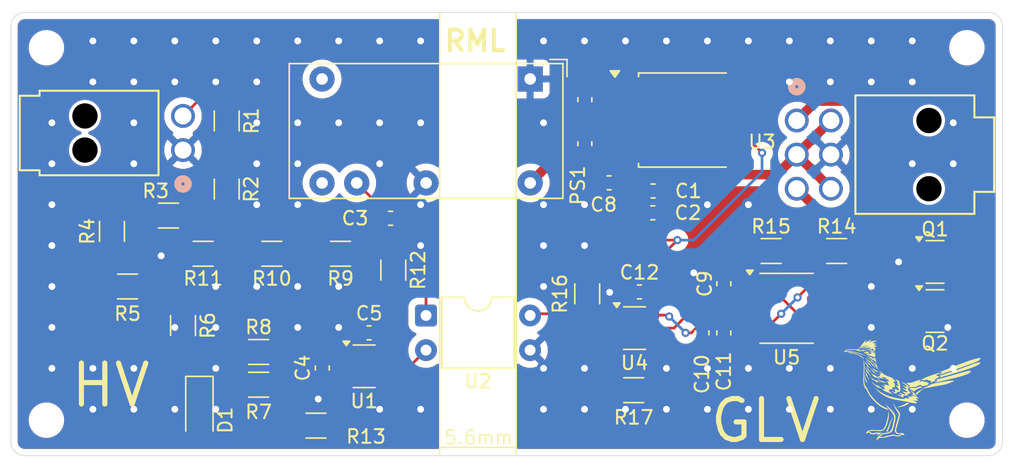
<source format=kicad_pcb>
(kicad_pcb (version 20241229) (generator "pcbnew") (generator_version "9.0")
  (layers (0 "F.Cu" signal) (2 "B.Cu" signal) (13 "F.Paste" user) (15 "B.Paste" user) (5 "F.SilkS" user "F.Silkscreen") (7 "B.SilkS" user "B.Silkscreen") (1 "F.Mask" user) (3 "B.Mask" user) (25 "Edge.Cuts" user))
  (net 0 "")
  (net 1 "+12V")
  (net 2 "GND")
  (net 3 "/ISO_+12V")
  (net 4 "GNDPWR")
  (net 5 "Net-(U1-+)")
  (net 6 "Net-(U1--)")
  (net 7 "+5V")
  (net 8 "/THRESH")
  (net 9 "Net-(D1-K)")
  (net 10 "/TS+")
  (net 11 "/RML2-")
  (net 12 "/RML1-")
  (net 15 "Net-(Q1-G)")
  (net 16 "Net-(R1-Pad2)")
  (net 17 "Net-(R2-Pad2)")
  (net 18 "Net-(R3-Pad2)")
  (net 19 "Net-(R5-Pad2)")
  (net 20 "/Vref")
  (net 21 "Net-(R10-Pad2)")
  (net 22 "Net-(R12-Pad1)")
  (net 23 "Net-(R13-Pad2)")
  (net 24 "Net-(R14-Pad2)")
  (net 25 "CLOCK")
  (net 26 "Net-(R16-Pad2)")
  (footprint "Resistor_SMD:R_1206_3216Metric" (layer "F.Cu") (at 143.10625 84.6 180)
    (property "Reference" "R10" (at 0 -1.82 0) (layer "F.SilkS"))
    (property "Value" "24k" (hide yes))
    (pad "1" smd roundrect (at -1.4625 0 180) (size 1.125 1.75) (layers "F.Cu" "F.Mask" "F.Paste") (roundrect_rratio 0.222222) (net 20 "/Vref"))
    (pad "2" smd roundrect (at 1.4625 0 180) (size 1.125 1.75) (layers "F.Cu" "F.Mask" "F.Paste") (roundrect_rratio 0.222222) (net 21 "Net-(R10-Pad2)"))
  )
  (footprint "Resistor_SMD:R_1206_3216Metric" (layer "F.Cu") (at 166.2 87.5375 -90)
    (property "Reference" "R16" (at 0 2 90) (layer "F.SilkS"))
    (property "Value" "10k" (hide yes))
    (pad "1" smd roundrect (at -1.4625 0 270) (size 1.125 1.75) (layers "F.Cu" "F.Mask" "F.Paste") (roundrect_rratio 0.222222) (net 7 "+5V"))
    (pad "2" smd roundrect (at 1.4625 0 270) (size 1.125 1.75) (layers "F.Cu" "F.Mask" "F.Paste") (roundrect_rratio 0.222222) (net 26 "Net-(R16-Pad2)"))
  )
  (footprint "Resistor_SMD:R_1206_3216Metric" (layer "F.Cu") (at 136.6 89.8625 -90)
    (property "Reference" "R6" (at 0 -1.82 90) (layer "F.SilkS"))
    (property "Value" "2k2" (hide yes))
    (pad "1" smd roundrect (at -1.4625 0 270) (size 1.125 1.75) (layers "F.Cu" "F.Mask" "F.Paste") (roundrect_rratio 0.222222) (net 19 "Net-(R5-Pad2)"))
    (pad "2" smd roundrect (at 1.4625 0 270) (size 1.125 1.75) (layers "F.Cu" "F.Mask" "F.Paste") (roundrect_rratio 0.222222) (net 4 "GNDPWR"))
  )
  (footprint "Resistor_SMD:R_1206_3216Metric" (layer "F.Cu") (at 132.5375 87)
    (property "Reference" "R5" (at 0 2 0) (layer "F.SilkS"))
    (property "Value" "49k9" (hide yes))
    (pad "1" smd roundrect (at -1.4625 0) (size 1.125 1.75) (layers "F.Cu" "F.Mask" "F.Paste") (roundrect_rratio 0.222222) (net 9 "Net-(D1-K)"))
    (pad "2" smd roundrect (at 1.4625 0) (size 1.125 1.75) (layers "F.Cu" "F.Mask" "F.Paste") (roundrect_rratio 0.222222) (net 19 "Net-(R5-Pad2)"))
  )
  (footprint "Capacitor_SMD:C_0603_1608Metric" (layer "F.Cu") (at 150.225 90.4)
    (property "Reference" "C5" (at 0 -1.43 0) (layer "F.SilkS"))
    (property "Value" "100n" (hide yes))
    (pad "1" smd roundrect (at -0.775 0) (size 0.9 0.95) (layers "F.Cu" "F.Mask" "F.Paste") (net 4 "GNDPWR"))
    (pad "2" smd roundrect (at 0.775 0) (size 0.9 0.95) (layers "F.Cu" "F.Mask" "F.Paste") (net 3 "/ISO_+12V"))
  )
  (footprint "Resistor_SMD:R_1206_3216Metric" (layer "F.Cu") (at 184.4625 84.4 180)
    (property "Reference" "R14" (at 0 1.8 0) (layer "F.SilkS"))
    (property "Value" "47k" (hide yes))
    (pad "1" smd roundrect (at -1.4625 0 180) (size 1.125 1.75) (layers "F.Cu" "F.Mask" "F.Paste") (roundrect_rratio 0.222222) (net 8 "/THRESH"))
    (pad "2" smd roundrect (at 1.4625 0 180) (size 1.125 1.75) (layers "F.Cu" "F.Mask" "F.Paste") (roundrect_rratio 0.222222) (net 24 "Net-(R14-Pad2)"))
  )
  (footprint "Resistor_SMD:R_1206_3216Metric" (layer "F.Cu") (at 152 85.8 -90)
    (property "Reference" "R12" (at 0 -1.82 90) (layer "F.SilkS"))
    (property "Value" "1k" (hide yes))
    (pad "1" smd roundrect (at -1.4625 0 270) (size 1.125 1.75) (layers "F.Cu" "F.Mask" "F.Paste") (roundrect_rratio 0.222222) (net 22 "Net-(R12-Pad1)"))
    (pad "2" smd roundrect (at 1.4625 0 270) (size 1.125 1.75) (layers "F.Cu" "F.Mask" "F.Paste") (roundrect_rratio 0.222222) (net 3 "/ISO_+12V"))
  )
  (footprint "Resistor_SMD:R_1206_3216Metric" (layer "F.Cu") (at 139.8 79.8625 -90)
    (property "Reference" "R2" (at 0 -1.8 90) (layer "F.SilkS"))
    (property "Value" "249k" (hide yes))
    (pad "1" smd roundrect (at -1.4625 0 270) (size 1.125 1.75) (layers "F.Cu" "F.Mask" "F.Paste") (roundrect_rratio 0.222222) (net 16 "Net-(R1-Pad2)"))
    (pad "2" smd roundrect (at 1.4625 0 270) (size 1.125 1.75) (layers "F.Cu" "F.Mask" "F.Paste") (roundrect_rratio 0.222222) (net 17 "Net-(R2-Pad2)"))
  )
  (footprint "Resistor_SMD:R_1206_3216Metric" (layer "F.Cu") (at 131.4 82.96 -90)
    (property "Reference" "R4" (at 0 1.8 90) (layer "F.SilkS"))
    (property "Value" "249k" (hide yes))
    (pad "1" smd roundrect (at -1.4625 0 270) (size 1.125 1.75) (layers "F.Cu" "F.Mask" "F.Paste") (roundrect_rratio 0.222222) (net 18 "Net-(R3-Pad2)"))
    (pad "2" smd roundrect (at 1.4625 0 270) (size 1.125 1.75) (layers "F.Cu" "F.Mask" "F.Paste") (roundrect_rratio 0.222222) (net 9 "Net-(D1-K)"))
  )
  (footprint "Resistor_SMD:R_1206_3216Metric" (layer "F.Cu") (at 179.6625 84.4 180)
    (property "Reference" "R15" (at 0 1.8 0) (layer "F.SilkS"))
    (property "Value" "100k" (hide yes))
    (pad "1" smd roundrect (at -1.4625 0 180) (size 1.125 1.75) (layers "F.Cu" "F.Mask" "F.Paste") (roundrect_rratio 0.222222) (net 24 "Net-(R14-Pad2)"))
    (pad "2" smd roundrect (at 1.4625 0 180) (size 1.125 1.75) (layers "F.Cu" "F.Mask" "F.Paste") (roundrect_rratio 0.222222) (net 25 "CLOCK"))
  )
  (footprint "Capacitor_SMD:C_0603_1608Metric" (layer "F.Cu") (at 176.2 86.8 90)
    (property "Reference" "C9" (at 0 -1.4 90) (layer "F.SilkS"))
    (property "Value" "1u" (hide yes))
    (pad "1" smd roundrect (at -0.775 0 90) (size 0.9 0.95) (layers "F.Cu" "F.Mask" "F.Paste") (net 8 "/THRESH"))
    (pad "2" smd roundrect (at 0.775 0 90) (size 0.9 0.95) (layers "F.Cu" "F.Mask" "F.Paste") (net 2 "GND"))
  )
  (footprint "MountingHole:MountingHole_2.1mm" (layer "F.Cu") (at 194 69.5)
    (property "Reference" "REF**" (hide yes))
    (property "Value" "MountingHole_2.1mm" (hide yes))
    (pad "" np_thru_hole circle (at 0 0) (size 2.1 2.1) (drill 2.1) (layers "*.Cu" "*.Mask"))
  )
  (footprint "Capacitor_SMD:C_0603_1608Metric" (layer "F.Cu") (at 166.025 73.31 90)
    (property "Reference" "C7" (hide yes))
    (property "Value" "10u" (hide yes))
    (pad "1" smd roundrect (at -0.775 0 90) (size 0.9 0.95) (layers "F.Cu" "F.Mask" "F.Paste") (net 7 "+5V"))
    (pad "2" smd roundrect (at 0.775 0 90) (size 0.9 0.95) (layers "F.Cu" "F.Mask" "F.Paste") (net 2 "GND"))
  )
  (footprint "LOGO" (layer "F.Cu") (at 190 94.6)
    (property "Reference" "G***" (hide yes))
    (property "Value" "LOGO" (hide yes))
  )
  (footprint "Package_SO:SOIC-8_3.9x4.9mm_P1.27mm" (layer "F.Cu") (at 180.8 88.6)
    (property "Reference" "U5" (at 0 3.6 0) (layer "F.SilkS"))
    (property "Value" "LM555xM" (hide yes))
    (pad "1" smd roundrect (at -2.475 -1.905) (size 1.95 0.6) (layers "F.Cu" "F.Mask" "F.Paste") (net 2 "GND"))
    (pad "2" smd roundrect (at -2.475 -0.635) (size 1.95 0.6) (layers "F.Cu" "F.Mask" "F.Paste") (net 8 "/THRESH"))
    (pad "3" smd roundrect (at -2.475 0.635) (size 1.95 0.6) (layers "F.Cu" "F.Mask" "F.Paste") (net 25 "CLOCK"))
    (pad "4" smd roundrect (at -2.475 1.905) (size 1.95 0.6) (layers "F.Cu" "F.Mask" "F.Paste") (net 7 "+5V"))
    (pad "5" smd roundrect (at 2.475 1.905) (size 1.95 0.6) (layers "F.Cu" "F.Mask" "F.Paste"))
    (pad "6" smd roundrect (at 2.475 0.635) (size 1.95 0.6) (layers "F.Cu" "F.Mask" "F.Paste") (net 8 "/THRESH"))
    (pad "7" smd roundrect (at 2.475 -0.635) (size 1.95 0.6) (layers "F.Cu" "F.Mask" "F.Paste"))
    (pad "8" smd roundrect (at 2.475 -1.905) (size 1.95 0.6) (layers "F.Cu" "F.Mask" "F.Paste") (net 7 "+5V"))
  )
  (footprint "Package_DIP:DIP-4_W7.62mm" (layer "F.Cu") (at 154.395 89.125)
    (property "Reference" "U2" (at 3.81 4.825 0) (layer "F.SilkS"))
    (property "Value" "SFH617A-1" (hide yes))
    (pad "1" thru_hole roundrect (at 0 0) (size 1.6 1.6) (drill 0.8) (layers "*.Cu" "*.Mask") (roundrect_rratio 0.15625) (net 22 "Net-(R12-Pad1)"))
    (pad "2" thru_hole circle (at 0 2.54) (size 1.6 1.6) (drill 0.8) (layers "*.Cu" "*.Mask") (net 23 "Net-(R13-Pad2)"))
    (pad "3" thru_hole circle (at 7.62 2.54) (size 1.6 1.6) (drill 0.8) (layers "*.Cu" "*.Mask") (net 2 "GND"))
    (pad "4" thru_hole circle (at 7.62 0) (size 1.6 1.6) (drill 0.8) (layers "*.Cu" "*.Mask") (net 26 "Net-(R16-Pad2)"))
  )
  (footprint "Resistor_SMD:R_1206_3216Metric" (layer "F.Cu") (at 142.1375 94.2)
    (property "Reference" "R7" (at 0 2 0) (layer "F.SilkS"))
    (property "Value" "100" (hide yes))
    (pad "1" smd roundrect (at -1.4625 0) (size 1.125 1.75) (layers "F.Cu" "F.Mask" "F.Paste") (roundrect_rratio 0.222222) (net 9 "Net-(D1-K)"))
    (pad "2" smd roundrect (at 1.4625 0) (size 1.125 1.75) (layers "F.Cu" "F.Mask" "F.Paste") (roundrect_rratio 0.222222) (net 5 "Net-(U1-+)"))
  )
  (footprint "Package_TO_SOT_SMD:SOT-23-5" (layer "F.Cu") (at 169.6625 90.05)
    (property "Reference" "U4" (at 0 2.55 0) (layer "F.SilkS"))
    (property "Value" "74AHC1G02" (hide yes))
    (pad "1" smd roundrect (at -1.1375 -0.95) (size 1.325 0.6) (layers "F.Cu" "F.Mask" "F.Paste") (net 26 "Net-(R16-Pad2)"))
    (pad "2" smd roundrect (at -1.1375 0) (size 1.325 0.6) (layers "F.Cu" "F.Mask" "F.Paste") (net 25 "CLOCK"))
    (pad "3" smd roundrect (at -1.1375 0.95) (size 1.325 0.6) (layers "F.Cu" "F.Mask" "F.Paste") (net 2 "GND"))
    (pad "4" smd roundrect (at 1.1375 0.95) (size 1.325 0.6) (layers "F.Cu" "F.Mask" "F.Paste") (net 15 "Net-(Q1-G)"))
    (pad "5" smd roundrect (at 1.1375 -0.95) (size 1.325 0.6) (layers "F.Cu" "F.Mask" "F.Paste") (net 7 "+5V"))
  )
  (footprint "Package_TO_SOT_SMD:SOT-23-5" (layer "F.Cu") (at 149.8625 92.85)
    (property "Reference" "U1" (at 0 2.55 0) (layer "F.SilkS"))
    (property "Value" "LM397" (hide yes))
    (pad "1" smd roundrect (at -1.1375 -0.95) (size 1.325 0.6) (layers "F.Cu" "F.Mask" "F.Paste") (net 6 "Net-(U1--)"))
    (pad "2" smd roundrect (at -1.1375 0) (size 1.325 0.6) (layers "F.Cu" "F.Mask" "F.Paste") (net 4 "GNDPWR"))
    (pad "3" smd roundrect (at -1.1375 0.95) (size 1.325 0.6) (layers "F.Cu" "F.Mask" "F.Paste") (net 5 "Net-(U1-+)"))
    (pad "4" smd roundrect (at 1.1375 0.95) (size 1.325 0.6) (layers "F.Cu" "F.Mask" "F.Paste") (net 23 "Net-(R13-Pad2)"))
    (pad "5" smd roundrect (at 1.1375 -0.95) (size 1.325 0.6) (layers "F.Cu" "F.Mask" "F.Paste") (net 3 "/ISO_+12V"))
  )
  (footprint "Capacitor_SMD:C_0603_1608Metric" (layer "F.Cu") (at 146.8 92.975 90)
    (property "Reference" "C4" (at 0 -1.43 90) (layer "F.SilkS"))
    (property "Value" "10u" (hide yes))
    (pad "1" smd roundrect (at -0.775 0 90) (size 0.9 0.95) (layers "F.Cu" "F.Mask" "F.Paste") (net 5 "Net-(U1-+)"))
    (pad "2" smd roundrect (at 0.775 0 90) (size 0.9 0.95) (layers "F.Cu" "F.Mask" "F.Paste") (net 6 "Net-(U1--)"))
  )
  (footprint "Resistor_SMD:R_1206_3216Metric" (layer "F.Cu") (at 135.5375 81.8 180)
    (property "Reference" "R3" (at 0.9375 1.8 0) (layer "F.SilkS"))
    (property "Value" "249k" (hide yes))
    (pad "1" smd roundrect (at -1.4625 0 180) (size 1.125 1.75) (layers "F.Cu" "F.Mask" "F.Paste") (roundrect_rratio 0.222222) (net 17 "Net-(R2-Pad2)"))
    (pad "2" smd roundrect (at 1.4625 0 180) (size 1.125 1.75) (layers "F.Cu" "F.Mask" "F.Paste") (roundrect_rratio 0.222222) (net 18 "Net-(R3-Pad2)"))
  )
  (footprint "Capacitor_SMD:C_0603_1608Metric" (layer "F.Cu") (at 171 81.6)
    (property "Reference" "C2" (at 2.575 0 0) (layer "F.SilkS"))
    (property "Value" "1u" (hide yes))
    (pad "1" smd roundrect (at -0.775 0) (size 0.9 0.95) (layers "F.Cu" "F.Mask" "F.Paste") (net 1 "+12V"))
    (pad "2" smd roundrect (at 0.775 0) (size 0.9 0.95) (layers "F.Cu" "F.Mask" "F.Paste") (net 2 "GND"))
  )
  (footprint "Capacitor_SMD:C_0603_1608Metric" (layer "F.Cu") (at 171.025 80)
    (property "Reference" "C1" (at 2.575 0 0) (layer "F.SilkS"))
    (property "Value" "10u" (hide yes))
    (pad "1" smd roundrect (at -0.775 0) (size 0.9 0.95) (layers "F.Cu" "F.Mask" "F.Paste") (net 1 "+12V"))
    (pad "2" smd roundrect (at 0.775 0) (size 0.9 0.95) (layers "F.Cu" "F.Mask" "F.Paste") (net 2 "GND"))
  )
  (footprint "MountingHole:MountingHole_2.1mm" (layer "F.Cu") (at 126.6 96.8)
    (property "Reference" "REF**" (hide yes))
    (property "Value" "MountingHole_2.1mm" (hide yes))
    (pad "" np_thru_hole circle (at 0 0) (size 2.1 2.1) (drill 2.1) (layers "*.Cu" "*.Mask"))
  )
  (footprint "MountingHole:MountingHole_2.1mm" (layer "F.Cu") (at 126.6 69.5)
    (property "Reference" "REF**" (hide yes))
    (property "Value" "MountingHole_2.1mm" (hide yes))
    (pad "" np_thru_hole circle (at 0 0) (size 2.1 2.1) (drill 2.1) (layers "*.Cu" "*.Mask"))
  )
  (footprint "BSPD:SAMMY-6PIN" (layer "F.Cu") (at 181.541902 74.8334 90)
    (property "Reference" "J3" (hide yes))
    (property "Value" "SAMMY-6PIN" (hide yes))
    (pad "" np_thru_hole circle (at -5 9.680001 90) (size 1.8542 1.8542) (drill 1.8542) (layers))
    (pad "" np_thru_hole circle (at 0 9.680001 90) (size 1.8542 1.8542) (drill 1.8542) (layers))
    (pad "1" thru_hole circle (at 0 0 90) (size 1.7526 1.7526) (drill 1.2446) (layers "*.Cu" "*.Mask") (net 11 "/RML2-"))
    (pad "2" thru_hole circle (at -2.5 0 90) (size 1.7526 1.7526) (drill 1.2446) (layers "*.Cu" "*.Mask") (net 1 "+12V"))
    (pad "3" thru_hole circle (at -5 0 90) (size 1.7526 1.7526) (drill 1.2446) (layers "*.Cu" "*.Mask") (net 12 "/RML1-"))
    (pad "4" thru_hole circle (at 0 2.5 90) (size 1.7526 1.7526) (drill 1.2446) (layers "*.Cu" "*.Mask") (net 1 "+12V"))
    (pad "5" thru_hole circle (at -2.5 2.5 90) (size 1.7526 1.7526) (drill 1.2446) (layers "*.Cu" "*.Mask") (net 2 "GND"))
    (pad "6" thru_hole circle (at -5 2.5 90) (size 1.7526 1.7526) (drill 1.2446) (layers "*.Cu" "*.Mask") (net 1 "+12V"))
  )
  (footprint "Package_TO_SOT_SMD:TO-252-3_TabPin2" (layer "F.Cu") (at 173.265 74.8)
    (property "Reference" "U3" (at 5.735 1.6 0) (layer "F.SilkS"))
    (property "Value" "LM1117DT-5.0" (hide yes))
    (pad "1" smd roundrect (at -5.04 -2.28) (size 2.2 1.2) (layers "F.Cu" "F.Mask" "F.Paste") (roundrect_rratio 0.208333) (net 2 "GND"))
    (pad "2" smd roundrect (at -5.04 0) (size 2.2 1.2) (layers "F.Cu" "F.Mask" "F.Paste") (roundrect_rratio 0.208333) (net 7 "+5V"))
    (pad "2" smd roundrect (at -0.415 -1.525) (size 3.05 2.75) (layers "F.Cu" "F.Paste") (roundrect_rratio 0.090909) (net 7 "+5V"))
    (pad "2" smd roundrect (at -0.415 1.525) (size 3.05 2.75) (layers "F.Cu" "F.Paste") (roundrect_rratio 0.090909) (net 7 "+5V"))
    (pad "2" smd roundrect (at 1.26 0) (size 6.4 5.8) (layers "F.Cu" "F.Mask") (roundrect_rratio 0.043103) (net 7 "+5V"))
    (pad "2" smd roundrect (at 2.935 -1.525) (size 3.05 2.75) (layers "F.Cu" "F.Paste") (roundrect_rratio 0.090909) (net 7 "+5V"))
    (pad "2" smd roundrect (at 2.935 1.525) (size 3.05 2.75) (layers "F.Cu" "F.Paste") (roundrect_rratio 0.090909) (net 7 "+5V"))
    (pad "3" smd roundrect (at -5.04 2.28) (size 2.2 1.2) (layers "F.Cu" "F.Mask" "F.Paste") (roundrect_rratio 0.208333) (net 1 "+12V"))
  )
  (footprint "Resistor_SMD:R_1206_3216Metric" (layer "F.Cu") (at 148.1375 84.6 180)
    (property "Reference" "R9" (at 0 -1.82 0) (layer "F.SilkS"))
    (property "Value" "75k" (hide yes))
    (pad "1" smd roundrect (at -1.4625 0 180) (size 1.125 1.75) (layers "F.Cu" "F.Mask" "F.Paste") (roundrect_rratio 0.222222) (net 3 "/ISO_+12V"))
    (pad "2" smd roundrect (at 1.4625 0 180) (size 1.125 1.75) (layers "F.Cu" "F.Mask" "F.Paste") (roundrect_rratio 0.222222) (net 20 "/Vref"))
  )
  (footprint "Resistor_SMD:R_1206_3216Metric" (layer "F.Cu") (at 169.6 94.6)
    (property "Reference" "R17" (at 0 2 0) (layer "F.SilkS"))
    (property "Value" "100k" (hide yes))
    (pad "1" smd roundrect (at -1.4625 0) (size 1.125 1.75) (layers "F.Cu" "F.Mask" "F.Paste") (roundrect_rratio 0.222222) (net 2 "GND"))
    (pad "2" smd roundrect (at 1.4625 0) (size 1.125 1.75) (layers "F.Cu" "F.Mask" "F.Paste") (roundrect_rratio 0.222222) (net 15 "Net-(Q1-G)"))
  )
  (footprint "Package_TO_SOT_SMD:SOT-23" (layer "F.Cu") (at 191.6625 88.8)
    (property "Reference" "Q2" (at 0 2.375 0) (layer "F.SilkS"))
    (property "Value" "NMOS" (hide yes))
    (pad "1" smd roundrect (at -0.9375 -0.95) (size 1.475 0.6) (layers "F.Cu" "F.Mask" "F.Paste") (net 11 "/RML2-"))
    (pad "2" smd roundrect (at -0.9375 0.95) (size 1.475 0.6) (layers "F.Cu" "F.Mask" "F.Paste") (net 15 "Net-(Q1-G)"))
    (pad "3" smd roundrect (at 0.9375 0) (size 1.475 0.6) (layers "F.Cu" "F.Mask" "F.Paste") (net 2 "GND"))
  )
  (footprint "Capacitor_SMD:C_0603_1608Metric" (layer "F.Cu") (at 176.2 90.4 -90)
    (property "Reference" "C11" (at 2.825 0 90) (layer "F.SilkS"))
    (property "Value" "100n" (hide yes))
    (pad "1" smd roundrect (at -0.775 0 270) (size 0.9 0.95) (layers "F.Cu" "F.Mask" "F.Paste") (net 7 "+5V"))
    (pad "2" smd roundrect (at 0.775 0 270) (size 0.9 0.95) (layers "F.Cu" "F.Mask" "F.Paste") (net 2 "GND"))
  )
  (footprint "Package_TO_SOT_SMD:SOT-23" (layer "F.Cu") (at 191.6625 85.2)
    (property "Reference" "Q1" (at 0 -2.4 0) (layer "F.SilkS"))
    (property "Value" "NMOS" (hide yes))
    (pad "1" smd roundrect (at -0.9375 -0.95) (size 1.475 0.6) (layers "F.Cu" "F.Mask" "F.Paste") (net 12 "/RML1-"))
    (pad "2" smd roundrect (at -0.9375 0.95) (size 1.475 0.6) (layers "F.Cu" "F.Mask" "F.Paste") (net 15 "Net-(Q1-G)"))
    (pad "3" smd roundrect (at 0.9375 0) (size 1.475 0.6) (layers "F.Cu" "F.Mask" "F.Paste") (net 2 "GND"))
  )
  (footprint "Resistor_SMD:R_1206_3216Metric" (layer "F.Cu") (at 139.8 74.8625 -90)
    (property "Reference" "R1" (at 0 -1.82 90) (layer "F.SilkS"))
    (property "Value" "249k" (hide yes))
    (pad "1" smd roundrect (at -1.4625 0 270) (size 1.125 1.75) (layers "F.Cu" "F.Mask" "F.Paste") (roundrect_rratio 0.222222) (net 10 "/TS+"))
    (pad "2" smd roundrect (at 1.4625 0 270) (size 1.125 1.75) (layers "F.Cu" "F.Mask" "F.Paste") (roundrect_rratio 0.222222) (net 16 "Net-(R1-Pad2)"))
  )
  (footprint "MountingHole:MountingHole_2.1mm" (layer "F.Cu") (at 194 96.8)
    (property "Reference" "REF**" (hide yes))
    (property "Value" "MountingHole_2.1mm" (hide yes))
    (pad "" np_thru_hole circle (at 0 0) (size 2.1 2.1) (drill 2.1) (layers "*.Cu" "*.Mask"))
  )
  (footprint "Diode_SMD:D_SOD-123" (layer "F.Cu") (at 137.8 95.95 -90)
    (property "Reference" "D1" (at 0.85 -1.9 90) (layer "F.SilkS"))
    (property "Value" "12V" (hide yes))
    (pad "1" smd roundrect (at -1.65 0 270) (size 0.9 1.2) (layers "F.Cu" "F.Mask" "F.Paste") (net 9 "Net-(D1-K)"))
    (pad "2" smd roundrect (at 1.65 0 270) (size 0.9 1.2) (layers "F.Cu" "F.Mask" "F.Paste") (net 4 "GNDPWR"))
  )
  (footprint "Capacitor_SMD:C_0603_1608Metric" (layer "F.Cu") (at 151.8 82)
    (property "Reference" "C3" (at -2.6 0 0) (layer "F.SilkS"))
    (property "Value" "10u" (hide yes))
    (pad "1" smd roundrect (at -0.775 0) (size 0.9 0.95) (layers "F.Cu" "F.Mask" "F.Paste") (net 3 "/ISO_+12V"))
    (pad "2" smd roundrect (at 0.775 0) (size 0.9 0.95) (layers "F.Cu" "F.Mask" "F.Paste") (net 4 "GNDPWR"))
  )
  (footprint "Capacitor_SMD:C_0603_1608Metric" (layer "F.Cu") (at 167.8 79.4)
    (property "Reference" "C8" (at -0.4 1.6 0) (layer "F.SilkS"))
    (property "Value" "1u" (hide yes))
    (pad "1" smd roundrect (at -0.775 0) (size 0.9 0.95) (layers "F.Cu" "F.Mask" "F.Paste") (net 1 "+12V"))
    (pad "2" smd roundrect (at 0.775 0) (size 0.9 0.95) (layers "F.Cu" "F.Mask" "F.Paste") (net 2 "GND"))
  )
  (footprint "Capacitor_SMD:C_0603_1608Metric" (layer "F.Cu") (at 174.6 90.4 -90)
    (property "Reference" "C10" (at 3.025 0 90) (layer "F.SilkS"))
    (property "Value" "1u" (hide yes))
    (pad "1" smd roundrect (at -0.775 0 270) (size 0.9 0.95) (layers "F.Cu" "F.Mask" "F.Paste") (net 7 "+5V"))
    (pad "2" smd roundrect (at 0.775 0 270) (size 0.9 0.95) (layers "F.Cu" "F.Mask" "F.Paste") (net 2 "GND"))
  )
  (footprint "Capacitor_SMD:C_0603_1608Metric" (layer "F.Cu") (at 166.025 76.535 90)
    (property "Reference" "C6" (hide yes))
    (property "Value" "10u" (hide yes))
    (pad "1" smd roundrect (at -0.775 0 90) (size 0.9 0.95) (layers "F.Cu" "F.Mask" "F.Paste") (net 1 "+12V"))
    (pad "2" smd roundrect (at 0.775 0 90) (size 0.9 0.95) (layers "F.Cu" "F.Mask" "F.Paste") (net 2 "GND"))
  )
  (footprint "Capacitor_SMD:C_0603_1608Metric" (layer "F.Cu") (at 170.025 87.4)
    (property "Reference" "C12" (at 0 -1.43 0) (layer "F.SilkS"))
    (property "Value" "100n" (hide yes))
    (pad "1" smd roundrect (at -0.775 0) (size 0.9 0.95) (layers "F.Cu" "F.Mask" "F.Paste") (net 2 "GND"))
    (pad "2" smd roundrect (at 0.775 0) (size 0.9 0.95) (layers "F.Cu" "F.Mask" "F.Paste") (net 7 "+5V"))
  )
  (footprint "Resistor_SMD:R_1206_3216Metric" (layer "F.Cu") (at 146.3375 97.2)
    (property "Reference" "R13" (at 3.6625 0.8 0) (layer "F.SilkS"))
    (property "Value" "1M" (hide yes))
    (pad "1" smd roundrect (at -1.4625 0) (size 1.125 1.75) (layers "F.Cu" "F.Mask" "F.Paste") (roundrect_rratio 0.222222) (net 9 "Net-(D1-K)"))
    (pad "2" smd roundrect (at 1.4625 0) (size 1.125 1.75) (layers "F.Cu" "F.Mask" "F.Paste") (roundrect_rratio 0.222222) (net 23 "Net-(R13-Pad2)"))
  )
  (footprint "Resistor_SMD:R_1206_3216Metric" (layer "F.Cu") (at 142.1375 91.8)
    (property "Reference" "R8" (at 0 -1.82 0) (layer "F.SilkS"))
    (property "Value" "100" (hide yes))
    (pad "1" smd roundrect (at -1.4625 0) (size 1.125 1.75) (layers "F.Cu" "F.Mask" "F.Paste") (roundrect_rratio 0.222222) (net 20 "/Vref"))
    (pad "2" smd roundrect (at 1.4625 0) (size 1.125 1.75) (layers "F.Cu" "F.Mask" "F.Paste") (roundrect_rratio 0.222222) (net 6 "Net-(U1--)"))
  )
  (footprint "Resistor_SMD:R_1206_3216Metric" (layer "F.Cu") (at 138.075 84.6 180)
    (property "Reference" "R11" (at 0 -1.82 0) (layer "F.SilkS"))
    (property "Value" "900" (hide yes))
    (pad "1" smd roundrect (at -1.4625 0 180) (size 1.125 1.75) (layers "F.Cu" "F.Mask" "F.Paste") (roundrect_rratio 0.222222) (net 21 "Net-(R10-Pad2)"))
    (pad "2" smd roundrect (at 1.4625 0 180) (size 1.125 1.75) (layers "F.Cu" "F.Mask" "F.Paste") (roundrect_rratio 0.222222) (net 4 "GNDPWR"))
  )
  (footprint "BSPD:SAMMY-2PIN" (layer "F.Cu") (at 136.6 77 -90)
    (property "Reference" "J1" (hide yes))
    (property "Value" "Tractive" (hide yes))
    (pad "" np_thru_hole circle (at -2.5 7.180001 270) (size 1.8542 1.8542) (drill 1.8542) (layers))
    (pad "" np_thru_hole circle (at 0 7.180001 270) (size 1.8542 1.8542) (drill 1.8542) (layers))
    (pad "1" thru_hole circle (at 0 0 270) (size 1.7526 1.7526) (drill 1.2446) (layers "*.Cu" "*.Mask") (net 4 "GNDPWR"))
    (pad "2" thru_hole circle (at -2.5 0 270) (size 1.7526 1.7526) (drill 1.2446) (layers "*.Cu" "*.Mask") (net 10 "/TS+"))
  )
  (footprint "Converter_DCDC:Converter_DCDC_XP_POWER-IAxxxxD_THT" (layer "F.Cu") (at 162.02 71.79 -90)
    (property "Reference" "PS1" (at 7.8 -3.49 90) (layer "F.SilkS"))
    (property "Value" "IA1212D" (hide yes))
    (pad "1" thru_hole rect (at 0 0 270) (size 1.85 1.85) (drill 0.85) (layers "*.Cu" "*.Mask") (net 2 "GND"))
    (pad "2" thru_hole circle (at 0 15.24 270) (size 1.85 1.85) (drill 0.85) (layers "*.Cu" "*.Mask"))
    (pad "3" thru_hole circle (at 7.62 0 270) (size 1.85 1.85) (drill 0.85) (layers "*.Cu" "*.Mask") (net 1 "+12V"))
    (pad "4" thru_hole circle (at 7.62 7.62 270) (size 1.85 1.85) (drill 0.85) (layers "*.Cu" "*.Mask") (net 4 "GNDPWR"))
    (pad "5" thru_hole circle (at 7.62 12.7 270) (size 1.85 1.85) (drill 0.85) (layers "*.Cu" "*.Mask") (net 3 "/ISO_+12V"))
    (pad "6" thru_hole circle (at 7.62 15.24 270) (size 1.85 1.85) (drill 0.85) (layers "*.Cu" "*.Mask"))
  )
  (gr_line (start 155.4 98.8) (end 155.4 98.3) (stroke (width 0.1)) (layer "F.SilkS"))
  (gr_line (start 155.6 98.8) (end 160.8 98.8) (stroke (width 0.1)) (layer "F.SilkS"))
  (gr_line (start 155.4 98.3) (end 155.4 67) (stroke (width 0.1)) (layer "F.SilkS"))
  (gr_line (start 161 98.8) (end 161 99.3) (stroke (width 0.1)) (layer "F.SilkS"))
  (gr_line (start 160.8 98.8) (end 161 98.8) (stroke (width 0.1)) (layer "F.SilkS"))
  (gr_line (start 161 98.8) (end 161 98.3) (stroke (width 0.1)) (layer "F.SilkS"))
  (gr_line (start 155.6 98.8) (end 155.4 98.8) (stroke (width 0.1)) (layer "F.SilkS"))
  (gr_line (start 155.4 98.8) (end 155.4 99.3) (stroke (width 0.1)) (layer "F.SilkS"))
  (gr_line (start 161 98.3) (end 161 67) (stroke (width 0.1)) (layer "F.SilkS"))
  (gr_line (start 124 68.4) (end 124.000001 67.907107) (stroke (width 0.05)) (layer "Edge.Cuts"))
  (gr_line (start 196.6 98.4) (end 196.6 94) (stroke (width 0.05)) (layer "Edge.Cuts"))
  (gr_line (start 196.6 94) (end 196.6 67.907107) (stroke (width 0.05)) (layer "Edge.Cuts"))
  (gr_arc (start 124 67.907107) (mid 124.292893 67.2) (end 125 66.907107) (stroke (width 0.05)) (layer "Edge.Cuts"))
  (gr_line (start 195.6 99.4) (end 125 99.4) (stroke (width 0.05)) (layer "Edge.Cuts"))
  (gr_arc (start 195.6 66.907107) (mid 196.307107 67.2) (end 196.6 67.907107) (stroke (width 0.05)) (layer "Edge.Cuts"))
  (gr_line (start 193.4 66.907107) (end 160.2 66.907107) (stroke (width 0.05)) (layer "Edge.Cuts"))
  (gr_line (start 160.2 66.907107) (end 125 66.907107) (stroke (width 0.05)) (layer "Edge.Cuts"))
  (gr_arc (start 196.6 98.4) (mid 196.307107 99.107107) (end 195.6 99.4) (stroke (width 0.05)) (layer "Edge.Cuts"))
  (gr_line (start 124 98.4) (end 124 68.4) (stroke (width 0.05)) (layer "Edge.Cuts"))
  (gr_line (start 195.6 66.907107) (end 193.4 66.907107) (stroke (width 0.05)) (layer "Edge.Cuts"))
  (gr_arc (start 125 99.4) (mid 124.292893 99.107107) (end 124 98.4) (stroke (width 0.05)) (layer "Edge.Cuts"))
  (gr_text "GLV\n" (at 175 98.6 0) (layer "F.SilkS") (effects (font (size 3 3) (thickness 0.375)) (justify left bottom)))
  (gr_text "RML" (at 158 69 0) (layer "F.SilkS") (effects (font (size 1.5 1.5) (thickness 0.3) (bold yes))))
  (gr_text "HV" (at 128.2 96 0) (layer "F.SilkS") (effects (font (size 3 3) (thickness 0.375)) (justify left bottom)))
  (gr_text "5.6mm" (at 155.65 98.65 0) (layer "F.SilkS") (effects (font (size 1 1) (thickness 0.1)) (justify left bottom)))
  (segment (start 170.975 78.8) (end 169.945 78.8) (width 0.7) (layer "F.Cu") (net 1))
  (segment (start 181.541902 77.3334) (end 184.041902 79.8334) (width 0.7) (layer "F.Cu") (net 1))
  (segment (start 164.12 77.31) (end 162.02 79.41) (width 0.7) (layer "F.Cu") (net 1))
  (segment (start 170.975 78.8) (end 170.25 79.525) (width 0.7) (layer "F.Cu") (net 1))
  (segment (start 169.945 78.8) (end 168.225 77.08) (width 0.7) (layer "F.Cu") (net 1))
  (segment (start 170.25 79.525) (end 170.25 80) (width 0.7) (layer "F.Cu") (net 1))
  (segment (start 170.25 80) (end 170.25 81.575) (width 0.7) (layer "F.Cu") (net 1))
  (segment (start 166.025 77.31) (end 164.12 77.31) (width 0.7) (layer "F.Cu") (net 1))
  (segment (start 166.025 77.31) (end 166.025 78.4) (width 0.7) (layer "F.Cu") (net 1))
  (segment (start 166.025 78.4) (end 167.025 79.4) (width 0.7) (layer "F.Cu") (net 1))
  (segment (start 168.225 77.08) (end 166.255 77.08) (width 0.7) (layer "F.Cu") (net 1))
  (segment (start 166.255 77.08) (end 166.025 77.31) (width 0.7) (layer "F.Cu") (net 1))
  (segment (start 180.075302 78.8) (end 170.975 78.8) (width 0.7) (layer "F.Cu") (net 1))
  (segment (start 181.541902 77.3334) (end 184.041902 74.8334) (width 0.7) (layer "F.Cu") (net 1))
  (segment (start 170.25 81.575) (end 170.225 81.6) (width 0.7) (layer "F.Cu") (net 1))
  (segment (start 181.541902 77.3334) (end 180.075302 78.8) (width 0.7) (layer "F.Cu") (net 1))
  (segment (start 164 75) (end 164 73.4) (width 0.2) (layer "F.Cu") (net 2))
  (segment (start 164.865 72.535) (end 166.025 72.535) (width 0.2) (layer "F.Cu") (net 2))
  (segment (start 179.6 85.42) (end 179.6 82.6) (width 0.2) (layer "F.Cu") (net 2))
  (segment (start 166.025 75.76) (end 164.76 75.76) (width 0.2) (layer "F.Cu") (net 2))
  (segment (start 177.655 86.025) (end 178.325 86.695) (width 0.2) (layer "F.Cu") (net 2))
  (segment (start 164 73.4) (end 164.865 72.535) (width 0.2) (layer "F.Cu") (net 2))
  (segment (start 168.575 82.375) (end 168.8 82.6) (width 0.2) (layer "F.Cu") (net 2))
  (segment (start 168.575 79.4) (end 168.575 82.375) (width 0.2) (layer "F.Cu") (net 2))
  (segment (start 192.6 90) (end 192.6 88.8) (width 0.7) (layer "F.Cu") (net 2))
  (segment (start 179.6 82.6) (end 179 82) (width 0.2) (layer "F.Cu") (net 2))
  (segment (start 189 85.2) (end 192.6 85.2) (width 0.7) (layer "F.Cu") (net 2))
  (segment (start 164.76 75.76) (end 164 75) (width 0.2) (layer "F.Cu") (net 2))
  (segment (start 176.2 86.025) (end 177.655 86.025) (width 0.2) (layer "F.Cu") (net 2))
  (segment (start 168.8 82.6) (end 170.775 82.6) (width 0.2) (layer "F.Cu") (net 2))
  (segment (start 170.775 82.6) (end 171.775 81.6) (width 0.2) (layer "F.Cu") (net 2))
  (segment (start 178.325 86.695) (end 179.6 85.42) (width 0.2) (layer "F.Cu") (net 2))
  (segment (start 179 82) (end 172.175 82) (width 0.2) (layer "F.Cu") (net 2))
  (segment (start 172.175 82) (end 171.775 81.6) (width 0.2) (layer "F.Cu") (net 2))
  (via (at 169 69) (size 1) (drill 0.5) (layers "F.Cu" "B.Cu") (net 2))
  (via (at 181 96) (size 1) (drill 0.5) (layers "F.Cu" "B.Cu") (net 2))
  (via (at 181 69) (size 1) (drill 0.5) (layers "F.Cu" "B.Cu") (net 2))
  (via (at 187 96) (size 1) (drill 0.5) (layers "F.Cu" "B.Cu") (net 2))
  (via (at 192.6 90) (size 1) (drill 0.5) (layers "F.Cu" "B.Cu") (net 2))
  (via (at 172 96) (size 1) (drill 0.5) (layers "F.Cu" "B.Cu") (net 2))
  (via (at 166 93) (size 1) (drill 0.5) (layers "F.Cu" "B.Cu") (net 2))
  (via (at 193 93) (size 1) (drill 0.5) (layers "F.Cu" "B.Cu") (net 2))
  (via (at 193 75) (size 1) (drill 0.5) (layers "F.Cu" "B.Cu") (net 2))
  (via (at 174 86) (size 1) (drill 0.5) (layers "F.Cu" "B.Cu") (net 2))
  (via (at 190 72) (size 1) (drill 0.5) (layers "F.Cu" "B.Cu") (net 2))
  (via (at 172 93) (size 1) (drill 0.5) (layers "F.Cu" "B.Cu") (net 2))
  (via (at 187 90) (size 1) (drill 0.5) (layers "F.Cu" "B.Cu") (net 2))
  (via (at 163 69) (size 1) (drill 0.5) (layers "F.Cu" "B.Cu") (net 2))
  (via (at 190 69) (size 1) (drill 0.5) (layers "F.Cu" "B.Cu") (net 2))
  (via (at 169 96) (size 1) (drill 0.5) (layers "F.Cu" "B.Cu") (net 2))
  (via (at 178 96) (size 1) (drill 0.5) (layers "F.Cu" "B.Cu") (net 2))
  (via (at 166 81) (size 1) (drill 0.5) (layers "F.Cu" "B.Cu") (net 2))
  (via (at 190 93) (size 1) (drill 0.5) (layers "F.Cu" "B.Cu") (net 2))
  (via (at 187 69) (size 1) (drill 0.5) (layers "F.Cu" "B.Cu") (net 2))
  (via (at 175 93) (size 1) (drill 0.5) (layers "F.Cu" "B.Cu") (net 2))
  (via (at 184 93) (size 1) (drill 0.5) (layers "F.Cu" "B.Cu") (net 2))
  (via (at 190 78) (size 1) (drill 0.5) (layers "F.Cu" "B.Cu") (net 2))
  (via (at 175 81) (size 1) (drill 0.5) (layers "F.Cu" "B.Cu") (net 2))
  (via (at 181 72) (size 1) (drill 0.5) (layers "F.Cu" "B.Cu") (net 2))
  (via (at 166 69) (size 1) (drill 0.5) (layers "F.Cu" "B.Cu") (net 2))
  (via (at 184 69) (size 1) (drill 0.5) (layers "F.Cu" "B.Cu") (net 2))
  (via (at 187 72) (size 1) (drill 0.5) (layers "F.Cu" "B.Cu") (net 2))
  (via (at 178 69) (size 1) (drill 0.5) (layers "F.Cu" "B.Cu") (net 2))
  (via (at 184 72) (size 1) (drill 0.5) (layers "F.Cu" "B.Cu") (net 2))
  (via (at 172 69) (size 1) (drill 0.5) (layers "F.Cu" "B.Cu") (net 2))
  (via (at 166 84) (size 1) (drill 0.5) (layers "F.Cu" "B.Cu") (net 2))
  (via (at 163 75) (size 1) (drill 0.5) (layers "F.Cu" "B.Cu") (net 2))
  (via (at 163 87) (size 1) (drill 0.5) (layers "F.Cu" "B.Cu") (net 2))
  (via (at 175 69) (size 1) (drill 0.5) (layers "F.Cu" "B.Cu") (net 2))
  (via (at 189 85.2) (size 1) (drill 0.5) (layers "F.Cu" "B.Cu") (net 2))
  (via (at 178 93) (size 1) (drill 0.5) (layers "F.Cu" "B.Cu") (net 2))
  (via (at 163 93) (size 1) (drill 0.5) (layers "F.Cu" "B.Cu") (net 2))
  (via (at 187 87) (size 1) (drill 0.5) (layers "F.Cu" "B.Cu") (net 2))
  (via (at 163 96) (size 1) (drill 0.5) (layers "F.Cu" "B.Cu") (net 2))
  (via (at 193 78) (size 1) (drill 0.5) (layers "F.Cu" "B.Cu") (net 2))
  (via (at 166 96) (size 1) (drill 0.5) (layers "F.Cu" "B.Cu") (net 2))
  (via (at 184 96) (size 1) (drill 0.5) (layers "F.Cu" "B.Cu") (net 2))
  (via (at 190 96) (size 1) (drill 0.5) (layers "F.Cu" "B.Cu") (net 2))
  (via (at 163 81) (size 1) (drill 0.5) (layers "F.Cu" "B.Cu") (net 2))
  (via (at 167.84 87.43) (size 1) (drill 0.5) (layers "F.Cu" "B.Cu") (net 2))
  (via (at 181 93) (size 1) (drill 0.5) (layers "F.Cu" "B.Cu") (net 2))
  (via (at 175 96) (size 1) (drill 0.5) (layers "F.Cu" "B.Cu") (net 2))
  (via (at 178 81) (size 1) (drill 0.5) (layers "F.Cu" "B.Cu") (net 2))
  (via (at 163 84) (size 1) (drill 0.5) (layers "F.Cu" "B.Cu") (net 2))
  (segment (start 152 87) (end 149.6 84.6) (width 0.2) (layer "F.Cu") (net 3))
  (segment (start 151.025 82) (end 151.025 81.115) (width 0.2) (layer "F.Cu") (net 3))
  (segment (start 151 91.9) (end 151 90.4) (width 0.2) (layer "F.Cu") (net 3))
  (segment (start 151.025 83.175) (end 149.6 84.6) (width 0.2) (layer "F.Cu") (net 3))
  (segment (start 151.025 82) (end 151.025 83.175) (width 0.2) (layer "F.Cu") (net 3))
  (segment (start 151 88.2625) (end 151 90.4) (width 0.2) (layer "F.Cu") (net 3))
  (segment (start 152 87.2625) (end 152 87) (width 0.2) (layer "F.Cu") (net 3))
  (segment (start 149.32 84.32) (end 149.6 84.6) (width 0.2) (layer "F.Cu") (net 3))
  (segment (start 152 87.2625) (end 151 88.2625) (width 0.2) (layer "F.Cu") (net 3))
  (segment (start 151.025 81.115) (end 149.32 79.41) (width 0.2) (layer "F.Cu") (net 3))
  (segment (start 149.6885 92.240968) (end 149.6885 90.6385) (width 0.2) (layer "F.Cu") (net 4))
  (segment (start 149.079468 92.85) (end 149.6885 92.240968) (width 0.2) (layer "F.Cu") (net 4))
  (segment (start 149.6885 90.6385) (end 149.45 90.4) (width 0.2) (layer "F.Cu") (net 4))
  (segment (start 148.725 92.85) (end 149.079468 92.85) (width 0.2) (layer "F.Cu") (net 4))
  (segment (start 152.575 82) (end 152.575 81.235) (width 0.2) (layer "F.Cu") (net 4))
  (segment (start 152.575 81.235) (end 154.4 79.41) (width 0.2) (layer "F.Cu") (net 4))
  (via (at 145 87) (size 1) (drill 0.5) (layers "F.Cu" "B.Cu") (net 4))
  (via (at 148 90) (size 1) (drill 0.5) (layers "F.Cu" "B.Cu") (net 4))
  (via (at 127 84) (size 1) (drill 0.5) (layers "F.Cu" "B.Cu") (net 4))
  (via (at 154 75) (size 1) (drill 0.5) (layers "F.Cu" "B.Cu") (net 4))
  (via (at 139 93) (size 1) (drill 0.5) (layers "F.Cu" "B.Cu") (net 4))
  (via (at 148 87) (size 1) (drill 0.5) (layers "F.Cu" "B.Cu") (net 4))
  (via (at 130 69) (size 1) (drill 0.5) (layers "F.Cu" "B.Cu") (net 4))
  (via (at 139 69) (size 1) (drill 0.5) (layers "F.Cu" "B.Cu") (net 4))
  (via (at 151 96) (size 1) (drill 0.5) (layers "F.Cu" "B.Cu") (net 4))
  (via (at 127 93) (size 1) (drill 0.5) (layers "F.Cu" "B.Cu") (net 4))
  (via (at 133 96) (size 1) (drill 0.5) (layers "F.Cu" "B.Cu") (net 4))
  (via (at 142 72) (size 1) (drill 0.5) (layers "F.Cu" "B.Cu") (net 4))
  (via (at 130 72) (size 1) (drill 0.5) (layers "F.Cu" "B.Cu") (net 4))
  (via (at 145 81) (size 1) (drill 0.5) (layers "F.Cu" "B.Cu") (net 4))
  (via (at 151 69) (size 1) (drill 0.5) (layers "F.Cu" "B.Cu") (net 4))
  (via (at 136 69) (size 1) (drill 0.5) (layers "F.Cu" "B.Cu") (net 4))
  (via (at 142 78) (size 1) (drill 0.5) (layers "F.Cu" "B.Cu") (net 4))
  (via (at 127 90) (size 1) (drill 0.5) (layers "F.Cu" "B.Cu") (net 4))
  (via (at 154 96) (size 1) (drill 0.5) (layers "F.Cu" "B.Cu") (net 4))
  (via (at 127 81) (size 1) (drill 0.5) (layers "F.Cu" "B.Cu") (net 4))
  (via (at 133 72) (size 1) (drill 0.5) (layers "F.Cu" "B.Cu") (net 4))
  (via (at 127 75) (size 1) (drill 0.5) (layers "F.Cu" "B.Cu") (net 4))
  (via (at 130 96) (size 1) (drill 0.5) (layers "F.Cu" "B.Cu") (net 4))
  (via (at 130 93) (size 1) (drill 0.5) (layers "F.Cu" "B.Cu") (net 4))
  (via (at 136 72) (size 1) (drill 0.5) (layers "F.Cu" "B.Cu") (net 4))
  (via (at 142 75) (size 1) (drill 0.5) (layers "F.Cu" "B.Cu") (net 4))
  (via (at 127 78) (size 1) (drill 0.5) (layers "F.Cu" "B.Cu") (net 4))
  (via (at 145 69) (size 1) (drill 0.5) (layers "F.Cu" "B.Cu") (net 4))
  (via (at 133 78) (size 1) (drill 0.5) (layers "F.Cu" "B.Cu") (net 4))
  (via (at 154 81) (size 1) (drill 0.5) (layers "F.Cu" "B.Cu") (net 4))
  (via (at 154 84) (size 1) (drill 0.5) (layers "F.Cu" "B.Cu") (net 4))
  (via (at 146.5 95.25) (size 1) (drill 0.5) (layers "F.Cu" "B.Cu") (net 4))
  (via (at 148 69) (size 1) (drill 0.5) (layers "F.Cu" "B.Cu") (net 4))
  (via (at 142 87) (size 1) (drill 0.5) (layers "F.Cu" "B.Cu") (net 4))
  (via (at 151 78) (size 1) (drill 0.5) (layers "F.Cu" "B.Cu") (net 4))
  (via (at 151 75) (size 1) (drill 0.5) (layers "F.Cu" "B.Cu") (net 4))
  (via (at 154 69) (size 1) (drill 0.5) (layers "F.Cu" "B.Cu") (net 4))
  (via (at 142 81) (size 1) (drill 0.5) (layers "F.Cu" "B.Cu") (net 4))
  (via (at 142 69) (size 1) (drill 0.5) (layers "F.Cu" "B.Cu") (net 4))
  (via (at 145 90) (size 1) (drill 0.5) (layers "F.Cu" "B.Cu") (net 4))
  (via (at 145 78) (size 1) (drill 0.5) (layers "F.Cu" "B.Cu") (net 4))
  (via (at 133 93) (size 1) (drill 0.5) (layers "F.Cu" "B.Cu") (net 4))
  (via (at 139 72) (size 1) (drill 0.5) (layers "F.Cu" "B.Cu") (net 4))
  (via (at 139 87) (size 1) (drill 0.5) (layers "F.Cu" "B.Cu") (net 4))
  (via (at 133 75) (size 1) (drill 0.5) (layers "F.Cu" "B.Cu") (net 4))
  (via (at 139 96) (size 1) (drill 0.5) (layers "F.Cu" "B.Cu") (net 4))
  (via (at 135 84.75) (size 1) (drill 0.5) (layers "F.Cu" "B.Cu") (net 4))
  (via (at 148 75) (size 1) (drill 0.5) (layers "F.Cu" "B.Cu") (net 4))
  (via (at 136 96) (size 1) (drill 0.5) (layers "F.Cu" "B.Cu") (net 4))
  (via (at 145 75) (size 1) (drill 0.5) (layers "F.Cu" "B.Cu") (net 4))
  (via (at 127 87) (size 1) (drill 0.5) (layers "F.Cu" "B.Cu") (net 4))
  (via (at 133 69) (size 1) (drill 0.5) (layers "F.Cu" "B.Cu") (net 4))
  (via (at 136 90) (size 1) (drill 0.5) (layers "F.Cu" "B.Cu") (net 4))
  (via (at 139 90) (size 1) (drill 0.5) (layers "F.Cu" "B.Cu") (net 4))
  (segment (start 146.8 93.75) (end 144.05 93.75) (width 0.2) (layer "F.Cu") (net 5))
  (segment (start 146.85 93.8) (end 146.8 93.75) (width 0.2) (layer "F.Cu") (net 5))
  (segment (start 144.05 93.75) (end 143.6 94.2) (width 0.2) (layer "F.Cu") (net 5))
  (segment (start 148.725 93.8) (end 146.85 93.8) (width 0.2) (layer "F.Cu") (net 5))
  (segment (start 146 91.8) (end 143.6 91.8) (width 0.2) (layer "F.Cu") (net 6))
  (segment (start 148.425 92.2) (end 148.725 91.9) (width 0.2) (layer "F.Cu") (net 6))
  (segment (start 146.8 92.2) (end 146.4 92.2) (width 0.2) (layer "F.Cu") (net 6))
  (segment (start 146.4 92.2) (end 146 91.8) (width 0.2) (layer "F.Cu") (net 6))
  (segment (start 146.8 92.2) (end 148.425 92.2) (width 0.2) (layer "F.Cu") (net 6))
  (segment (start 176.2 89.625) (end 174.6 89.625) (width 0.2) (layer "F.Cu") (net 7))
  (segment (start 170.8 87.4) (end 170.8 85.6) (width 0.2) (layer "F.Cu") (net 7))
  (segment (start 168.005 84.875) (end 167.4 84.875) (width 0.2) (layer "F.Cu") (net 7))
  (segment (start 172.8 83.6) (end 169.28 83.6) (width 0.2) (layer "F.Cu") (net 7))
  (segment (start 168.225 74.8) (end 174.525 74.8) (width 0.2) (layer "F.Cu") (net 7))
  (segment (start 178.325 90.505) (end 178.895 90.505) (width 0.2) (layer "F.Cu") (net 7))
  (segment (start 170.8 85.6) (end 172.8 83.6) (width 0.2) (layer "F.Cu") (net 7))
  (segment (start 173.825 90.4) (end 174.6 89.625) (width 0.2) (layer "F.Cu") (net 7))
  (segment (start 178.895 90.505) (end 180.4 89) (width 0.2) (layer "F.Cu") (net 7))
  (segment (start 170.8 89.1) (end 170.8 87.4) (width 0.2) (layer "F.Cu") (net 7))
  (segment (start 172.1 89.1) (end 172.2 89.2) (width 0.2) (layer "F.Cu") (net 7))
  (segment (start 167.51 74.085) (end 168.225 74.8) (width 0.2) (layer "F.Cu") (net 7))
  (segment (start 174.525 74.8) (end 176.6 74.8) (width 0.2) (layer "F.Cu") (net 7))
  (segment (start 178.325 90.505) (end 177.08 90.505) (width 0.2) (layer "F.Cu") (net 7))
  (segment (start 181.6 87.8) (end 182.705 86.695) (width 0.2) (layer "F.Cu") (net 7))
  (segment (start 166.025 74.085) (end 167.51 74.085) (width 0.2) (layer "F.Cu") (net 7))
  (segment (start 177.08 90.505) (end 176.2 89.625) (width 0.2) (layer "F.Cu") (net 7))
  (segment (start 169.28 83.6) (end 168.005 84.875) (width 0.2) (layer "F.Cu") (net 7))
  (segment (start 176.6 74.8) (end 179 77.2) (width 0.2) (layer "F.Cu") (net 7))
  (segment (start 173.4 90.4) (end 173.825 90.4) (width 0.2) (layer "F.Cu") (net 7))
  (segment (start 170.8 89.1) (end 172.1 89.1) (width 0.2) (layer "F.Cu") (net 7))
  (segment (start 167.4 84.875) (end 166.2 86.075) (width 0.2) (layer "F.Cu") (net 7))
  (segment (start 182.705 86.695) (end 183.275 86.695) (width 0.2) (layer "F.Cu") (net 7))
  (via (at 180.4 89) (size 0.6) (drill 0.3) (layers "F.Cu" "B.Cu") (net 7))
  (via (at 179 77.2) (size 0.6) (drill 0.3) (layers "F.Cu" "B.Cu") (net 7))
  (via (at 173.4 90.4) (size 0.6) (drill 0.3) (layers "F.Cu" "B.Cu") (net 7))
  (via (at 181.6 87.8) (size 0.6) (drill 0.3) (layers "F.Cu" "B.Cu") (net 7))
  (via (at 172.2 89.2) (size 0.6) (drill 0.3) (layers "F.Cu" "B.Cu") (net 7))
  (via (at 172.8 83.6) (size 0.6) (drill 0.3) (layers "F.Cu" "B.Cu") (net 7))
  (segment (start 179 77.2) (end 179 78.6) (width 0.2) (layer "B.Cu") (net 7))
  (segment (start 172.8 83.6) (end 172.6 83.6) (width 0.2) (layer "B.Cu") (net 7))
  (segment (start 172.2 89.2) (end 173.2 90.2) (width 0.2) (layer "B.Cu") (net 7))
  (segment (start 176.4 81.2) (end 174 83.6) (width 0.2) (layer "B.Cu") (net 7))
  (segment (start 174 83.6) (end 172.8 83.6) (width 0.2) (layer "B.Cu") (net 7))
  (segment (start 173.2 90.2) (end 173.4 90.4) (width 0.2) (layer "B.Cu") (net 7))
  (segment (start 181.4 88) (end 181.6 87.8) (width 0.2) (layer "B.Cu") (net 7))
  (segment (start 179 78.6) (end 176.4 81.2) (width 0.2) (layer "B.Cu") (net 7))
  (segment (start 180.4 89) (end 181.4 88) (width 0.2) (layer "B.Cu") (net 7))
  (segment (start 183.275 89.235) (end 184.249999 89.235) (width 0.2) (layer "F.Cu") (net 8))
  (segment (start 185.925 87.559999) (end 185.925 84.4) (width 0.2) (layer "F.Cu") (net 8))
  (segment (start 176.59 87.965) (end 176.2 87.575) (width 0.2) (layer "F.Cu") (net 8))
  (segment (start 180.565 87.965) (end 178.325 87.965) (width 0.2) (layer "F.Cu") (net 8))
  (segment (start 183.275 89.235) (end 181.835 89.235) (width 0.2) (layer "F.Cu") (net 8))
  (segment (start 178.24 88.05) (end 178.325 87.965) (width 0.2) (layer "F.Cu") (net 8))
  (segment (start 181.835 89.235) (end 180.565 87.965) (width 0.2) (layer "F.Cu") (net 8))
  (segment (start 184.249999 89.235) (end 185.925 87.559999) (width 0.2) (layer "F.Cu") (net 8))
  (segment (start 178.325 87.965) (end 176.59 87.965) (width 0.2) (layer "F.Cu") (net 8))
  (segment (start 131.075 87) (end 131.075 84.7475) (width 0.2) (layer "F.Cu") (net 9))
  (segment (start 143.675 97.2) (end 144.875 97.2) (width 0.2) (layer "F.Cu") (net 9))
  (segment (start 137.9 94.2) (end 137.8 94.3) (width 0.2) (layer "F.Cu") (net 9))
  (segment (start 140.675 94.2) (end 137.9 94.2) (width 0.2) (layer "F.Cu") (net 9))
  (segment (start 131.075 84.7475) (end 131.4 84.4225) (width 0.2) (layer "F.Cu") (net 9))
  (segment (start 131.075 87) (end 131.075 89.075) (width 0.2) (layer "F.Cu") (net 9))
  (segment (start 136.3 94.3) (end 137.8 94.3) (width 0.2) (layer "F.Cu") (net 9))
  (segment (start 140.675 94.2) (end 143.675 97.2) (width 0.2) (layer "F.Cu") (net 9))
  (segment (start 131.075 89.075) (end 136.3 94.3) (width 0.2) (layer "F.Cu") (net 9))
  (segment (start 139.8 73.4) (end 137.7 73.4) (width 0.2) (layer "F.Cu") (net 10))
  (segment (start 137.7 73.4) (end 136.6 74.5) (width 0.2) (layer "F.Cu") (net 10))
  (segment (start 190.1 81.5) (end 191.7 81.5) (width 0.7) (layer "F.Cu") (net 11))
  (segment (start 194.2 84) (end 194.2 85.333022) (width 0.7) (layer "F.Cu") (net 11))
  (segment (start 194.2 85.333022) (end 191.683022 87.85) (width 0.7) (layer "F.Cu") (net 11))
  (segment (start 187.4 78.8) (end 190.1 81.5) (width 0.7) (layer "F.Cu") (net 11))
  (segment (start 181.541902 74.8334) (end 182.969202 73.4061) (width 0.7) (layer "F.Cu") (net 11))
  (segment (start 182.969202 73.4061) (end 186.4061 73.4061) (width 0.7) (layer "F.Cu") (net 11))
  (segment (start 191.683022 87.85) (end 190.725 87.85) (width 0.7) (layer "F.Cu") (net 11))
  (segment (start 187.4 74.4) (end 187.4 78.8) (width 0.7) (layer "F.Cu") (net 11))
  (segment (start 186.4061 73.4061) (end 187.4 74.4) (width 0.7) (layer "F.Cu") (net 11))
  (segment (start 191.7 81.5) (end 194.2 84) (width 0.7) (layer "F.Cu") (net 11))
  (segment (start 188.275 81.8) (end 190.725 84.25) (width 0.7) (layer "F.Cu") (net 12))
  (segment (start 183.508502 81.8) (end 188.275 81.8) (width 0.7) (layer "F.Cu") (net 12))
  (segment (start 181.541902 79.8334) (end 183.508502 81.8) (width 0.7) (layer "F.Cu") (net 12))
  (segment (start 189.6865 88.7115) (end 189.6865 87.1885) (width 0.2) (layer "F.Cu") (net 15))
  (segment (start 184.4 94.6) (end 189.25 89.75) (width 0.2) (layer "F.Cu") (net 15))
  (segment (start 189.6865 87.1885) (end 190.725 86.15) (width 0.2) (layer "F.Cu") (net 15))
  (segment (start 171.0625 94.6) (end 171.0625 91.2625) (width 0.2) (layer "F.Cu") (net 15))
  (segment (start 171.0625 91.2625) (end 170.8 91) (width 0.2) (layer "F.Cu") (net 15))
  (segment (start 171.0625 94.6) (end 184.4 94.6) (width 0.2) (layer "F.Cu") (net 15))
  (segment (start 189.25 89.75) (end 190.725 89.75) (width 0.2) (layer "F.Cu") (net 15))
  (segment (start 190.725 89.75) (end 189.6865 88.7115) (width 0.2) (layer "F.Cu") (net 15))
  (segment (start 139.8 76.325) (end 139.8 78.4) (width 0.2) (layer "F.Cu") (net 16))
  (segment (start 139.325 81.8) (end 139.8 81.325) (width 0.2) (layer "F.Cu") (net 17))
  (segment (start 137 81.8) (end 139.325 81.8) (width 0.2) (layer "F.Cu") (net 17))
  (segment (start 131.7025 81.8) (end 131.4 81.4975) (width 0.2) (layer "F.Cu") (net 18))
  (segment (start 134.075 81.8) (end 131.7025 81.8) (width 0.2) (layer "F.Cu") (net 18))
  (segment (start 136.6 88.4) (end 135.4 88.4) (width 0.2) (layer "F.Cu") (net 19))
  (segment (start 135.4 88.4) (end 134 87) (width 0.2) (layer "F.Cu") (net 19))
  (segment (start 144 85.16875) (end 144 88.475) (width 0.2) (layer "F.Cu") (net 20))
  (segment (start 144.56875 84.6) (end 144 85.16875) (width 0.2) (layer "F.Cu") (net 20))
  (segment (start 146.675 84.6) (end 144.56875 84.6) (width 0.2) (layer "F.Cu") (net 20))
  (segment (start 144 88.475) (end 140.675 91.8) (width 0.2) (layer "F.Cu") (net 20))
  (segment (start 141.64375 84.6) (end 139.5375 84.6) (width 0.2) (layer "F.Cu") (net 21))
  (segment (start 154.395 86.7325) (end 154.395 89.125) (width 0.2) (layer "F.Cu") (net 22))
  (segment (start 152 84.3375) (end 154.395 86.7325) (width 0.2) (layer "F.Cu") (net 22))
  (segment (start 151 94) (end 151 93.8) (width 0.2) (layer "F.Cu") (net 23))
  (segment (start 151 93.8) (end 152.26 93.8) (width 0.2) (layer "F.Cu") (net 23))
  (segment (start 152.26 93.8) (end 154.395 91.665) (width 0.2) (layer "F.Cu") (net 23))
  (segment (start 147.8 97.2) (end 151 94) (width 0.2) (layer "F.Cu") (net 23))
  (segment (start 183 84.4) (end 181.125 84.4) (width 0.2) (layer "F.Cu") (net 24))
  (segment (start 178.325 89.235) (end 177.69 88.6) (width 0.2) (layer "F.Cu") (net 25))
  (segment (start 176 84.4) (end 178.2 84.4) (width 0.2) (layer "F.Cu") (net 25))
  (segment (start 172.55 90.05) (end 168.525 90.05) (width 0.2) (layer "F.Cu") (net 25))
  (segment (start 175.6 88.6) (end 174 88.6) (width 0.2) (layer "F.Cu") (net 25))
  (segment (start 175.6 88.6) (end 175.2 88.2) (width 0.2) (layer "F.Cu") (net 25))
  (segment (start 175.2 85.2) (end 176 84.4) (width 0.2) (layer "F.Cu") (net 25))
  (segment (start 175.2 88.2) (end 175.2 85.2) (width 0.2) (layer "F.Cu") (net 25))
  (segment (start 177.69 88.6) (end 175.6 88.6) (width 0.2) (layer "F.Cu") (net 25))
  (segment (start 174 88.6) (end 172.55 90.05) (width 0.2) (layer "F.Cu") (net 25))
  (segment (start 166.3 89.1) (end 166.2 89) (width 0.2) (layer "F.Cu") (net 26))
  (segment (start 162.14 89) (end 162.015 89.125) (width 0.2) (layer "F.Cu") (net 26))
  (segment (start 166.2 89) (end 162.14 89) (width 0.2) (layer "F.Cu") (net 26))
  (segment (start 168.525 89.1) (end 166.3 89.1) (width 0.2) (layer "F.Cu") (net 26))
  (zone (net 4) (net_name "GNDPWR") (layers "F.Cu" "B.Cu") (connect_pads (clearance 0.5)) (min_thickness 0.25) (fill yes (thermal_gap 0.5) (thermal_bridge_width 0.5))
    (polygon (pts (xy 123.2 66.4) (xy 123.2 100.6) (xy 155.4 100.6) (xy 155.4 66.2) (xy 124 66.2)))
  )
  (zone (net 2) (net_name "GND") (layers "F.Cu" "B.Cu") (connect_pads (clearance 0.5)) (min_thickness 0.25) (fill yes (thermal_gap 0.5) (thermal_bridge_width 0.5))
    (polygon (pts (xy 198.2 100.4) (xy 198.2 66) (xy 160.8 66) (xy 161 66) (xy 161 100.4)))
  )
)
</source>
